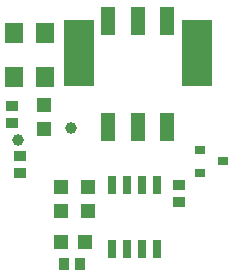
<source format=gbs>
G04*
G04 #@! TF.GenerationSoftware,Altium Limited,Altium Designer,25.8.1 (18)*
G04*
G04 Layer_Color=16711935*
%FSLAX44Y44*%
%MOMM*%
G71*
G04*
G04 #@! TF.SameCoordinates,A3A1C001-1370-45B5-99AB-5CE8E6626C48*
G04*
G04*
G04 #@! TF.FilePolarity,Negative*
G04*
G01*
G75*
%ADD19R,1.0000X0.9000*%
%ADD20R,0.9000X1.0000*%
%ADD21R,1.2000X1.3000*%
%ADD26C,1.0000*%
%ADD27R,0.6500X1.5000*%
%ADD28R,1.5000X1.7500*%
%ADD29R,0.9000X0.8000*%
%ADD30R,1.2000X2.4000*%
%ADD31R,2.6000X5.6000*%
%ADD32R,1.3000X1.2000*%
D19*
X157500Y70500D02*
D03*
Y84500D02*
D03*
X23000Y95000D02*
D03*
Y109000D02*
D03*
X15866Y151297D02*
D03*
Y137297D02*
D03*
D20*
X60001Y17999D02*
D03*
X74001D02*
D03*
D21*
X57750Y36000D02*
D03*
X78250D02*
D03*
D26*
X21000Y123000D02*
D03*
X66000Y133000D02*
D03*
D27*
X100950Y84500D02*
D03*
X113650D02*
D03*
X126350D02*
D03*
X139050D02*
D03*
Y30500D02*
D03*
X126350D02*
D03*
X113650D02*
D03*
X100950D02*
D03*
D28*
X18116Y213048D02*
D03*
Y175548D02*
D03*
X43615Y213048D02*
D03*
Y175548D02*
D03*
D29*
X175000Y114000D02*
D03*
Y95000D02*
D03*
X195000Y104500D02*
D03*
D30*
X97530Y133480D02*
D03*
X122530D02*
D03*
X147530D02*
D03*
X97530Y223480D02*
D03*
X122530D02*
D03*
X147530D02*
D03*
D31*
X72530Y196480D02*
D03*
X172530D02*
D03*
D32*
X43366Y131548D02*
D03*
Y152048D02*
D03*
X80000Y62250D02*
D03*
Y82750D02*
D03*
X57500Y62250D02*
D03*
Y82750D02*
D03*
M02*

</source>
